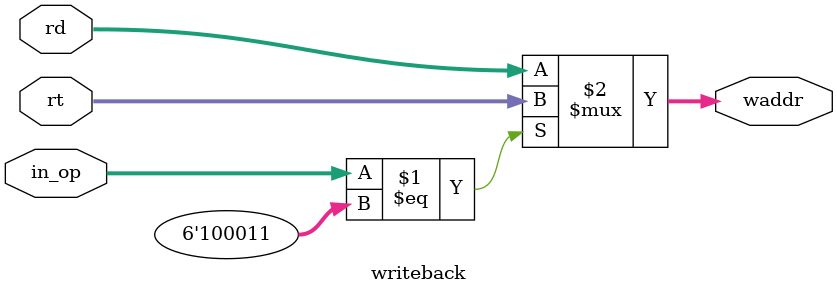
<source format=v>
`timescale 1ns / 1ps


module writeback(
    input [4:0]rt,
    input [4:0]rd,
    output[4:0]waddr,
    input [5:0]in_op
    );
assign waddr=(in_op==6'b100011)?rt:rd;
endmodule

</source>
